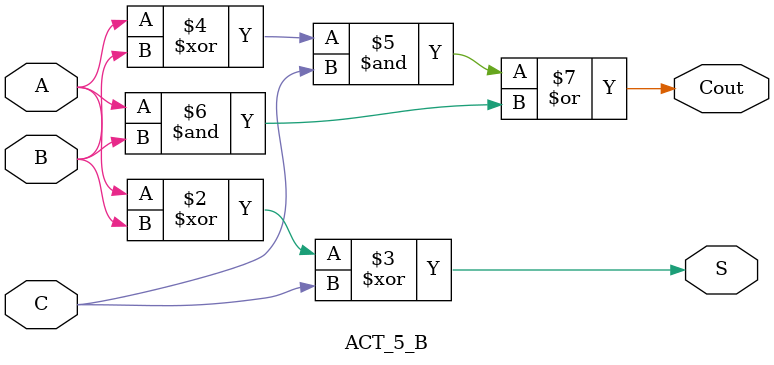
<source format=v>
module ACT_5_B (S, Cout, A, B, C);
input A, B, C;
output reg S, Cout;
always @(*) begin	
S = (A^B)^C;
Cout = ((A^B)&C) | (A&B);
end
endmodule
</source>
